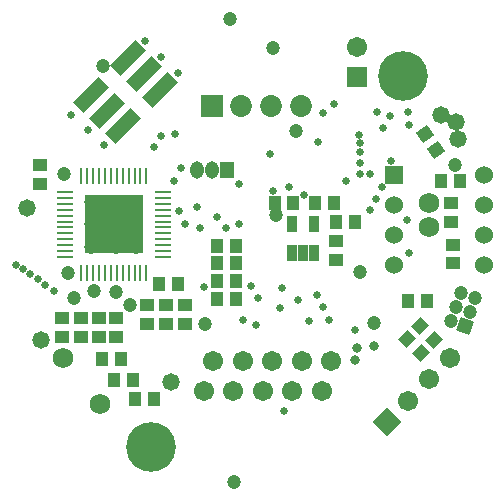
<source format=gbs>
G04*
G04 #@! TF.GenerationSoftware,Altium Limited,Altium Designer,20.0.7 (75)*
G04*
G04 Layer_Color=16711935*
%FSLAX44Y44*%
%MOMM*%
G71*
G01*
G75*
%ADD26R,1.1684X1.0668*%
%ADD28R,1.0668X1.1684*%
%ADD31C,1.7272*%
%ADD32R,1.8532X1.8532*%
%ADD33C,1.8532*%
%ADD34C,1.7032*%
%ADD35P,1.7016X4X385.0*%
%ADD36C,1.2032*%
%ADD37R,1.5240X1.5240*%
%ADD38C,1.5240*%
%ADD39C,4.2032*%
%ADD40P,2.4087X4X90.0*%
%ADD41C,1.4732*%
%ADD42R,1.2032X1.4732*%
%ADD43O,1.2032X1.4732*%
%ADD44R,1.7032X1.7032*%
%ADD45C,0.6532*%
%ADD46C,0.8032*%
%ADD99R,1.4732X0.2286*%
%ADD100R,0.2286X1.4732*%
%ADD101R,5.0038X5.0038*%
G04:AMPARAMS|DCode=103|XSize=3.0032mm|YSize=1.2032mm|CornerRadius=0mm|HoleSize=0mm|Usage=FLASHONLY|Rotation=45.000|XOffset=0mm|YOffset=0mm|HoleType=Round|Shape=Rectangle|*
%AMROTATEDRECTD103*
4,1,4,-0.6364,-1.4872,-1.4872,-0.6364,0.6364,1.4872,1.4872,0.6364,-0.6364,-1.4872,0.0*
%
%ADD103ROTATEDRECTD103*%

G04:AMPARAMS|DCode=104|XSize=1.0668mm|YSize=1.1684mm|CornerRadius=0mm|HoleSize=0mm|Usage=FLASHONLY|Rotation=135.000|XOffset=0mm|YOffset=0mm|HoleType=Round|Shape=Rectangle|*
%AMROTATEDRECTD104*
4,1,4,0.7903,0.0359,-0.0359,-0.7903,-0.7903,-0.0359,0.0359,0.7903,0.7903,0.0359,0.0*
%
%ADD104ROTATEDRECTD104*%

G04:AMPARAMS|DCode=105|XSize=1.0668mm|YSize=1.1684mm|CornerRadius=0mm|HoleSize=0mm|Usage=FLASHONLY|Rotation=125.000|XOffset=0mm|YOffset=0mm|HoleType=Round|Shape=Rectangle|*
%AMROTATEDRECTD105*
4,1,4,0.7845,-0.1018,-0.1726,-0.7720,-0.7845,0.1018,0.1726,0.7720,0.7845,-0.1018,0.0*
%
%ADD105ROTATEDRECTD105*%

%ADD106R,0.8532X1.4532*%
D26*
X-185000Y70001D02*
D03*
Y53999D02*
D03*
X-135000Y-58999D02*
D03*
Y-75001D02*
D03*
X66000Y-10001D02*
D03*
Y6001D02*
D03*
X165000Y3001D02*
D03*
Y-13001D02*
D03*
X163000Y21999D02*
D03*
Y38001D02*
D03*
X-78000Y-47999D02*
D03*
Y-64001D02*
D03*
X-166000Y-58999D02*
D03*
Y-75001D02*
D03*
X-150000Y-58999D02*
D03*
Y-75001D02*
D03*
X-120000Y-58999D02*
D03*
Y-75001D02*
D03*
X-94000Y-64001D02*
D03*
Y-47999D02*
D03*
X-62000Y-47999D02*
D03*
Y-64001D02*
D03*
D28*
X126999Y-45000D02*
D03*
X143001Y-45000D02*
D03*
X-35000Y2000D02*
D03*
X-18998D02*
D03*
X-115999Y-94000D02*
D03*
X-132001D02*
D03*
X-105999Y-112000D02*
D03*
X-122001D02*
D03*
X-87999Y-128000D02*
D03*
X-104001D02*
D03*
X-35000Y-13000D02*
D03*
X-18998D02*
D03*
X-18999Y-43000D02*
D03*
X-35001D02*
D03*
X-67999Y-30000D02*
D03*
X-84001D02*
D03*
X-18998Y-28000D02*
D03*
X-35000D02*
D03*
X171001Y57000D02*
D03*
X154999D02*
D03*
X64000Y38000D02*
D03*
X47998D02*
D03*
X65999Y22000D02*
D03*
X82001D02*
D03*
X30001Y38000D02*
D03*
X13999D02*
D03*
D31*
X145000Y38000D02*
D03*
Y18000D02*
D03*
X-165462Y-93300D02*
D03*
X-133996Y-132157D02*
D03*
D32*
X-39000Y120000D02*
D03*
D33*
X-14000D02*
D03*
X11000D02*
D03*
X36000D02*
D03*
D34*
X54000Y-121000D02*
D03*
X29000D02*
D03*
X4000D02*
D03*
X-21000D02*
D03*
X-46000D02*
D03*
X162882Y-93118D02*
D03*
X144921Y-111079D02*
D03*
X126960Y-129039D02*
D03*
X62000Y-96000D02*
D03*
X37000D02*
D03*
X12000D02*
D03*
X-13000D02*
D03*
X-38000D02*
D03*
X84000Y170000D02*
D03*
D35*
X175313Y-65868D02*
D03*
D36*
X163379Y-61525D02*
D03*
X179656Y-53934D02*
D03*
X184000Y-42000D02*
D03*
X172066Y-37656D02*
D03*
X167722Y-49591D02*
D03*
X-103000Y39000D02*
D03*
X-120000D02*
D03*
X-141000D02*
D03*
Y20000D02*
D03*
X-103000D02*
D03*
X-120000D02*
D03*
Y1000D02*
D03*
X-103000D02*
D03*
X-141000D02*
D03*
X-119850Y-37000D02*
D03*
X-108000Y-48000D02*
D03*
X98148Y-63099D02*
D03*
X-161000Y-21000D02*
D03*
X167000Y70000D02*
D03*
X-156000Y-42000D02*
D03*
X-139000Y-36000D02*
D03*
X-45000Y-64000D02*
D03*
X-20000Y-198000D02*
D03*
X32000Y99000D02*
D03*
X-131000Y154000D02*
D03*
X86000Y-20000D02*
D03*
X13000Y169000D02*
D03*
X-164000Y63000D02*
D03*
X15500Y28164D02*
D03*
X-24000Y194000D02*
D03*
D37*
X114800Y62200D02*
D03*
D38*
Y36800D02*
D03*
Y11400D02*
D03*
Y-14000D02*
D03*
X191000D02*
D03*
Y11400D02*
D03*
Y36800D02*
D03*
Y62200D02*
D03*
D39*
X-91000Y-168000D02*
D03*
X123000Y146000D02*
D03*
D40*
X109000Y-147000D02*
D03*
D41*
X155000Y113000D02*
D03*
X168018Y106612D02*
D03*
X169569Y92193D02*
D03*
X-74000Y-113000D02*
D03*
X-184000Y-78000D02*
D03*
X-196000Y34000D02*
D03*
D42*
X-26600Y66300D02*
D03*
D43*
X-39300D02*
D03*
X-52000D02*
D03*
D44*
X84000Y144600D02*
D03*
D45*
X112000Y112000D02*
D03*
X127000Y115425D02*
D03*
X-52000Y35000D02*
D03*
X10000Y80000D02*
D03*
X-46000Y-33000D02*
D03*
X126000Y24000D02*
D03*
X-88022Y85478D02*
D03*
X22000Y-138000D02*
D03*
X128000Y104000D02*
D03*
X85575Y96000D02*
D03*
X106000Y102000D02*
D03*
X112725Y74000D02*
D03*
X86000Y89000D02*
D03*
X128000Y-4000D02*
D03*
X43000Y-62000D02*
D03*
X82000Y-69000D02*
D03*
X55000Y-50000D02*
D03*
X50000Y-40000D02*
D03*
X26000Y52000D02*
D03*
X39000Y45000D02*
D03*
X74683Y56683D02*
D03*
X-16000Y54000D02*
D03*
X13000Y48000D02*
D03*
X-35000Y26000D02*
D03*
X95000Y32000D02*
D03*
X100250Y41250D02*
D03*
X105000Y52000D02*
D03*
X-13000Y-61000D02*
D03*
X-6000Y-32000D02*
D03*
X0Y-42000D02*
D03*
X-2000Y-65000D02*
D03*
X-16000Y20000D02*
D03*
X-27000Y17000D02*
D03*
X101000Y115000D02*
D03*
X-67000Y31000D02*
D03*
X-49000Y17000D02*
D03*
X-65000Y68000D02*
D03*
X-71000Y57000D02*
D03*
X-70000Y97000D02*
D03*
X-62000Y20000D02*
D03*
X60000Y-61000D02*
D03*
X95000Y63000D02*
D03*
X51000Y90000D02*
D03*
X86000Y81000D02*
D03*
Y72000D02*
D03*
Y63000D02*
D03*
X55000Y114000D02*
D03*
X19000Y-50336D02*
D03*
X34000Y-44000D02*
D03*
X20000Y-34000D02*
D03*
X-130130Y87000D02*
D03*
X-144000Y100000D02*
D03*
X-158000Y112870D02*
D03*
X-96000Y175000D02*
D03*
X-82000Y162000D02*
D03*
X-68000Y148000D02*
D03*
X-173000Y-36000D02*
D03*
X-180000Y-31000D02*
D03*
X-186000Y-26000D02*
D03*
X-193000Y-22000D02*
D03*
X-199000Y-18000D02*
D03*
X-205000Y-14000D02*
D03*
X-82000Y95000D02*
D03*
X64000Y122000D02*
D03*
D46*
X98000Y-83000D02*
D03*
X84000Y-85000D02*
D03*
X82000Y-95000D02*
D03*
D99*
X-163148Y-7500D02*
D03*
Y-2500D02*
D03*
Y2500D02*
D03*
Y7500D02*
D03*
Y12500D02*
D03*
Y17500D02*
D03*
Y22500D02*
D03*
Y27500D02*
D03*
Y32500D02*
D03*
Y37500D02*
D03*
Y42500D02*
D03*
Y47500D02*
D03*
X-80852D02*
D03*
Y42500D02*
D03*
Y37500D02*
D03*
Y32500D02*
D03*
Y27500D02*
D03*
Y22500D02*
D03*
Y17500D02*
D03*
Y12500D02*
D03*
Y7500D02*
D03*
Y2500D02*
D03*
Y-2500D02*
D03*
Y-7500D02*
D03*
D100*
X-149500Y61148D02*
D03*
X-144500D02*
D03*
X-139500D02*
D03*
X-134500D02*
D03*
X-129500D02*
D03*
X-124500D02*
D03*
X-119500D02*
D03*
X-114500D02*
D03*
X-109500D02*
D03*
X-104500D02*
D03*
X-99500D02*
D03*
X-94500D02*
D03*
Y-21148D02*
D03*
X-99500D02*
D03*
X-104500D02*
D03*
X-109500D02*
D03*
X-114500D02*
D03*
X-119500D02*
D03*
X-124500D02*
D03*
X-129500D02*
D03*
X-134500D02*
D03*
X-139500D02*
D03*
X-144500D02*
D03*
X-149500D02*
D03*
D101*
X-122000Y20000D02*
D03*
D103*
X-109879Y160991D02*
D03*
X-140991Y129879D02*
D03*
X-96444Y147556D02*
D03*
X-127556Y116444D02*
D03*
X-83009Y134121D02*
D03*
X-114121Y103009D02*
D03*
D104*
X137658Y-88658D02*
D03*
X126343Y-77342D02*
D03*
X137343Y-66342D02*
D03*
X148657Y-77658D02*
D03*
D105*
X141411Y96554D02*
D03*
X150589Y83446D02*
D03*
D106*
X47400Y-4500D02*
D03*
X38000D02*
D03*
X28600D02*
D03*
Y20500D02*
D03*
X47400D02*
D03*
M02*

</source>
